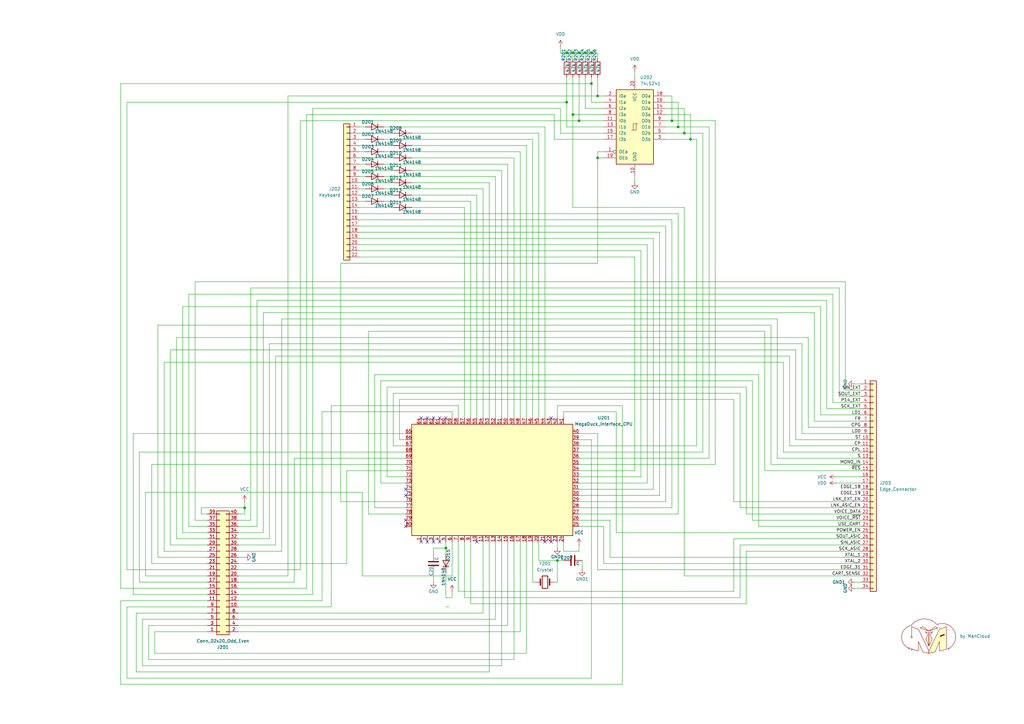
<source format=kicad_sch>
(kicad_sch (version 20250114) (generator "eeschema") (generator_version "9.0")
  (paper "A3")
  (junction (at 275.59 49.53))
  (junction (at 234.95 21.59))
  (junction (at 100.33 208.28))
  (junction (at 240.03 21.59))
  (junction (at 232.41 41.91))
  (junction (at 242.57 21.59))
  (junction (at 242.57 34.29))
  (junction (at 232.41 21.59))
  (junction (at 228.6 229.87))
  (junction (at 283.21 57.15))
  (junction (at 182.88 224.79))
  (junction (at 278.13 52.07))
  (junction (at 245.11 39.37))
  (junction (at 245.11 64.77))
  (junction (at 280.67 54.61))
  (junction (at 237.49 21.59))
  (junction (at 234.95 46.99))
  (junction (at 237.49 49.53))
  (no_connect (at 166.37 203.2))
  (no_connect (at 182.88 171.45))
  (no_connect (at 175.26 171.45))
  (no_connect (at 180.34 171.45))
  (no_connect (at 166.37 213.36))
  (no_connect (at 226.06 222.25))
  (no_connect (at 172.72 171.45))
  (no_connect (at 180.34 222.25))
  (no_connect (at 223.52 222.25))
  (no_connect (at 166.37 215.9))
  (no_connect (at 177.8 171.45))
  (no_connect (at 177.8 222.25))
  (no_connect (at 172.72 222.25))
  (no_connect (at 226.06 171.45))
  (no_connect (at 175.26 222.25))
  (no_connect (at 166.37 200.66))
  (no_connect (at 195.58 222.25))
  (wire (pts (xy 242.57 41.91) (xy 247.65 41.91)))
  (wire (pts (xy 260.35 72.39) (xy 260.35 74.93)))
  (wire (pts (xy 283.21 46.99) (xy 273.05 46.99)))
  (wire (pts (xy 148.59 236.22) (xy 148.59 201.93)))
  (wire (pts (xy 234.95 21.59) (xy 232.41 21.59)))
  (wire (pts (xy 63.5 267.97) (xy 63.5 259.08)))
  (wire (pts (xy 166.37 193.04) (xy 142.24 193.04)))
  (wire (pts (xy 142.24 193.04) (xy 142.24 231.14)))
  (wire (pts (xy 97.79 254) (xy 203.2 254)))
  (wire (pts (xy 247.65 44.45) (xy 240.03 44.45)))
  (wire (pts (xy 166.37 210.82) (xy 151.13 210.82)))
  (wire (pts (xy 353.06 170.18) (xy 336.55 170.18)))
  (wire (pts (xy 55.88 275.59) (xy 55.88 251.46)))
  (wire (pts (xy 149.86 72.39) (xy 147.32 72.39)))
  (wire (pts (xy 300.99 205.74) (xy 353.06 205.74)))
  (wire (pts (xy 63.5 259.08) (xy 85.09 259.08)))
  (wire (pts (xy 58.42 254) (xy 85.09 254)))
  (wire (pts (xy 237.49 205.74) (xy 273.05 205.74)))
  (wire (pts (xy 52.07 278.13) (xy 52.07 248.92)))
  (wire (pts (xy 125.73 46.99) (xy 125.73 241.3)))
  (wire (pts (xy 228.6 229.87) (xy 220.98 229.87)))
  (wire (pts (xy 229.87 44.45) (xy 229.87 54.61)))
  (wire (pts (xy 290.83 187.96) (xy 290.83 52.07)))
  (wire (pts (xy 308.61 156.21) (xy 156.21 156.21)))
  (wire (pts (xy 300.99 163.83) (xy 300.99 205.74)))
  (wire (pts (xy 64.77 133.35) (xy 316.23 133.35)))
  (wire (pts (xy 60.96 270.51) (xy 60.96 256.54)))
  (wire (pts (xy 161.29 182.88) (xy 161.29 161.29)))
  (wire (pts (xy 163.83 180.34) (xy 163.83 163.83)))
  (wire (pts (xy 166.37 205.74) (xy 139.7 205.74)))
  (wire (pts (xy 77.47 120.65) (xy 77.47 215.9)))
  (wire (pts (xy 200.66 275.59) (xy 55.88 275.59)))
  (wire (pts (xy 182.88 248.92) (xy 184.15 248.92)))
  (wire (pts (xy 313.69 193.04) (xy 353.06 193.04)))
  (wire (pts (xy 237.49 198.12) (xy 265.43 198.12)))
  (wire (pts (xy 240.03 21.59) (xy 240.03 24.13)))
  (wire (pts (xy 182.88 224.79) (xy 182.88 227.33)))
  (wire (pts (xy 229.87 54.61) (xy 247.65 54.61)))
  (wire (pts (xy 128.27 243.84) (xy 128.27 44.45)))
  (wire (pts (xy 97.79 243.84) (xy 128.27 243.84)))
  (wire (pts (xy 346.71 160.02) (xy 346.71 115.57)))
  (wire (pts (xy 334.01 128.27) (xy 107.95 128.27)))
  (wire (pts (xy 353.06 182.88) (xy 323.85 182.88)))
  (wire (pts (xy 321.31 185.42) (xy 353.06 185.42)))
  (wire (pts (xy 57.15 238.76) (xy 85.09 238.76)))
  (wire (pts (xy 316.23 190.5) (xy 353.06 190.5)))
  (wire (pts (xy 77.47 215.9) (xy 85.09 215.9)))
  (wire (pts (xy 193.04 247.65) (xy 306.07 247.65)))
  (wire (pts (xy 242.57 34.29) (xy 242.57 41.91)))
  (wire (pts (xy 350.52 238.76) (xy 353.06 238.76)))
  (wire (pts (xy 262.89 102.87) (xy 147.32 102.87)))
  (wire (pts (xy 275.59 208.28) (xy 237.49 208.28)))
  (wire (pts (xy 303.53 245.11) (xy 303.53 223.52)))
  (wire (pts (xy 161.29 59.69) (xy 147.32 59.69)))
  (wire (pts (xy 100.33 210.82) (xy 100.33 208.28)))
  (wire (pts (xy 49.53 246.38) (xy 85.09 246.38)))
  (wire (pts (xy 260.35 105.41) (xy 147.32 105.41)))
  (wire (pts (xy 250.19 213.36) (xy 250.19 228.6)))
  (wire (pts (xy 353.06 213.36) (xy 308.61 213.36)))
  (wire (pts (xy 237.49 215.9) (xy 247.65 215.9)))
  (wire (pts (xy 220.98 229.87) (xy 220.98 222.25)))
  (wire (pts (xy 166.37 187.96) (xy 120.65 187.96)))
  (wire (pts (xy 252.73 218.44) (xy 353.06 218.44)))
  (wire (pts (xy 168.91 85.09) (xy 190.5 85.09)))
  (wire (pts (xy 342.9 195.58) (xy 353.06 195.58)))
  (wire (pts (xy 60.96 256.54) (xy 85.09 256.54)))
  (wire (pts (xy 228.6 222.25) (xy 228.6 224.79)))
  (wire (pts (xy 161.29 74.93) (xy 147.32 74.93)))
  (wire (pts (xy 306.07 210.82) (xy 353.06 210.82)))
  (wire (pts (xy 250.19 228.6) (xy 353.06 228.6)))
  (wire (pts (xy 280.67 85.09) (xy 280.67 236.22)))
  (wire (pts (xy 193.04 222.25) (xy 193.04 247.65)))
  (wire (pts (xy 311.15 215.9) (xy 353.06 215.9)))
  (wire (pts (xy 166.37 195.58) (xy 158.75 195.58)))
  (wire (pts (xy 285.75 57.15) (xy 283.21 57.15)))
  (wire (pts (xy 288.29 185.42) (xy 288.29 54.61)))
  (wire (pts (xy 166.37 182.88) (xy 161.29 182.88)))
  (wire (pts (xy 252.73 168.91) (xy 252.73 218.44)))
  (wire (pts (xy 227.33 238.76) (xy 228.6 238.76)))
  (wire (pts (xy 339.09 123.19) (xy 339.09 167.64)))
  (wire (pts (xy 242.57 21.59) (xy 240.03 21.59)))
  (wire (pts (xy 288.29 54.61) (xy 280.67 54.61)))
  (wire (pts (xy 49.53 280.67) (xy 49.53 246.38)))
  (wire (pts (xy 149.86 57.15) (xy 147.32 57.15)))
  (wire (pts (xy 240.03 31.75) (xy 240.03 44.45)))
  (wire (pts (xy 49.53 241.3) (xy 49.53 34.29)))
  (wire (pts (xy 260.35 193.04) (xy 260.35 105.41)))
  (wire (pts (xy 231.14 222.25) (xy 231.14 226.06)))
  (wire (pts (xy 247.65 231.14) (xy 353.06 231.14)))
  (wire (pts (xy 168.91 69.85) (xy 205.74 69.85)))
  (wire (pts (xy 303.53 161.29) (xy 303.53 208.28)))
  (wire (pts (xy 72.39 138.43) (xy 72.39 220.98)))
  (wire (pts (xy 156.21 198.12) (xy 166.37 198.12)))
  (wire (pts (xy 331.47 175.26) (xy 331.47 138.43)))
  (wire (pts (xy 157.48 52.07) (xy 223.52 52.07)))
  (wire (pts (xy 120.65 238.76) (xy 97.79 238.76)))
  (wire (pts (xy 64.77 228.6) (xy 85.09 228.6)))
  (wire (pts (xy 168.91 59.69) (xy 215.9 59.69)))
  (wire (pts (xy 273.05 52.07) (xy 278.13 52.07)))
  (wire (pts (xy 245.11 233.68) (xy 353.06 233.68)))
  (wire (pts (xy 105.41 215.9) (xy 97.79 215.9)))
  (wire (pts (xy 205.74 273.05) (xy 58.42 273.05)))
  (wire (pts (xy 228.6 166.37) (xy 255.27 166.37)))
  (wire (pts (xy 161.29 64.77) (xy 147.32 64.77)))
  (wire (pts (xy 80.01 213.36) (xy 85.09 213.36)))
  (wire (pts (xy 157.48 62.23) (xy 213.36 62.23)))
  (wire (pts (xy 67.31 226.06) (xy 67.31 148.59)))
  (wire (pts (xy 278.13 52.07) (xy 278.13 41.91)))
  (wire (pts (xy 115.57 130.81) (xy 115.57 226.06)))
  (wire (pts (xy 275.59 39.37) (xy 273.05 39.37)))
  (wire (pts (xy 318.77 130.81) (xy 318.77 187.96)))
  (wire (pts (xy 255.27 166.37) (xy 255.27 280.67)))
  (wire (pts (xy 139.7 205.74) (xy 139.7 107.95)))
  (wire (pts (xy 336.55 170.18) (xy 336.55 125.73)))
  (wire (pts (xy 153.67 153.67) (xy 311.15 153.67)))
  (wire (pts (xy 161.29 54.61) (xy 147.32 54.61)))
  (wire (pts (xy 237.49 185.42) (xy 288.29 185.42)))
  (wire (pts (xy 69.85 223.52) (xy 85.09 223.52)))
  (wire (pts (xy 161.29 85.09) (xy 147.32 85.09)))
  (wire (pts (xy 285.75 182.88) (xy 285.75 57.15)))
  (wire (pts (xy 203.2 222.25) (xy 203.2 254)))
  (wire (pts (xy 182.88 234.95) (xy 182.88 245.11)))
  (wire (pts (xy 157.48 72.39) (xy 203.2 72.39)))
  (wire (pts (xy 57.15 185.42) (xy 57.15 238.76)))
  (wire (pts (xy 64.77 133.35) (xy 64.77 228.6)))
  (wire (pts (xy 245.11 21.59) (xy 242.57 21.59)))
  (wire (pts (xy 105.41 123.19) (xy 339.09 123.19)))
  (wire (pts (xy 237.49 210.82) (xy 278.13 210.82)))
  (wire (pts (xy 353.06 165.1) (xy 341.63 165.1)))
  (wire (pts (xy 247.65 49.53) (xy 237.49 49.53)))
  (wire (pts (xy 237.49 193.04) (xy 260.35 193.04)))
  (wire (pts (xy 313.69 193.04) (xy 313.69 135.89)))
  (wire (pts (xy 306.07 226.06) (xy 353.06 226.06)))
  (wire (pts (xy 334.01 128.27) (xy 334.01 172.72)))
  (wire (pts (xy 132.08 168.91) (xy 132.08 246.38)))
  (wire (pts (xy 300.99 220.98) (xy 353.06 220.98)))
  (wire (pts (xy 247.65 46.99) (xy 234.95 46.99)))
  (wire (pts (xy 353.06 167.64) (xy 339.09 167.64)))
  (wire (pts (xy 228.6 229.87) (xy 231.14 229.87)))
  (wire (pts (xy 85.09 210.82) (xy 82.55 210.82)))
  (wire (pts (xy 148.59 201.93) (xy 59.69 201.93)))
  (wire (pts (xy 187.96 222.25) (xy 187.96 242.57)))
  (wire (pts (xy 237.49 213.36) (xy 250.19 213.36)))
  (wire (pts (xy 157.48 82.55) (xy 193.04 82.55)))
  (wire (pts (xy 168.91 64.77) (xy 210.82 64.77)))
  (wire (pts (xy 205.74 222.25) (xy 205.74 273.05)))
  (wire (pts (xy 293.37 190.5) (xy 293.37 49.53)))
  (wire (pts (xy 232.41 52.07) (xy 247.65 52.07)))
  (wire (pts (xy 260.35 29.21) (xy 260.35 31.75)))
  (wire (pts (xy 208.28 222.25) (xy 208.28 256.54)))
  (wire (pts (xy 157.48 67.31) (xy 208.28 67.31)))
  (wire (pts (xy 185.42 222.25) (xy 185.42 236.22)))
  (wire (pts (xy 234.95 46.99) (xy 234.95 85.09)))
  (wire (pts (xy 69.85 143.51) (xy 69.85 223.52)))
  (wire (pts (xy 346.71 115.57) (xy 80.01 115.57)))
  (wire (pts (xy 74.93 218.44) (xy 85.09 218.44)))
  (wire (pts (xy 353.06 180.34) (xy 326.39 180.34)))
  (wire (pts (xy 353.06 162.56) (xy 344.17 162.56)))
  (wire (pts (xy 135.89 166.37) (xy 135.89 248.92)))
  (wire (pts (xy 147.32 90.17) (xy 275.59 90.17)))
  (wire (pts (xy 280.67 54.61) (xy 280.67 44.45)))
  (wire (pts (xy 283.21 57.15) (xy 283.21 46.99)))
  (wire (pts (xy 82.55 208.28) (xy 100.33 208.28)))
  (wire (pts (xy 62.23 231.14) (xy 85.09 231.14)))
  (wire (pts (xy 149.86 52.07) (xy 147.32 52.07)))
  (wire (pts (xy 245.11 31.75) (xy 245.11 39.37)))
  (wire (pts (xy 247.65 57.15) (xy 227.33 57.15)))
  (wire (pts (xy 187.96 242.57) (xy 300.99 242.57)))
  (wire (pts (xy 163.83 163.83) (xy 300.99 163.83)))
  (wire (pts (xy 59.69 236.22) (xy 85.09 236.22)))
  (wire (pts (xy 85.09 226.06) (xy 67.31 226.06)))
  (wire (pts (xy 168.91 54.61) (xy 220.98 54.61)))
  (wire (pts (xy 323.85 146.05) (xy 113.03 146.05)))
  (wire (pts (xy 74.93 125.73) (xy 74.93 218.44)))
  (wire (pts (xy 242.57 21.59) (xy 242.57 24.13)))
  (wire (pts (xy 344.17 118.11) (xy 102.87 118.11)))
  (wire (pts (xy 151.13 135.89) (xy 151.13 210.82)))
  (wire (pts (xy 55.88 251.46) (xy 85.09 251.46)))
  (wire (pts (xy 105.41 123.19) (xy 105.41 215.9)))
  (wire (pts (xy 62.23 190.5) (xy 62.23 231.14)))
  (wire (pts (xy 273.05 205.74) (xy 273.05 92.71)))
  (wire (pts (xy 210.82 270.51) (xy 60.96 270.51)))
  (wire (pts (xy 237.49 187.96) (xy 290.83 187.96)))
  (wire (pts (xy 102.87 118.11) (xy 102.87 213.36)))
  (wire (pts (xy 49.53 34.29) (xy 242.57 34.29)))
  (wire (pts (xy 270.51 203.2) (xy 237.49 203.2)))
  (wire (pts (xy 316.23 133.35) (xy 316.23 190.5)))
  (wire (pts (xy 300.99 242.57) (xy 300.99 220.98)))
  (wire (pts (xy 52.07 233.68) (xy 85.09 233.68)))
  (wire (pts (xy 303.53 208.28) (xy 353.06 208.28)))
  (wire (pts (xy 245.11 39.37) (xy 118.11 39.37)))
  (wire (pts (xy 240.03 21.59) (xy 237.49 21.59)))
  (wire (pts (xy 262.89 195.58) (xy 262.89 102.87)))
  (wire (pts (xy 242.57 31.75) (xy 242.57 34.29)))
  (wire (pts (xy 273.05 54.61) (xy 280.67 54.61)))
  (wire (pts (xy 328.93 140.97) (xy 110.49 140.97)))
  (wire (pts (xy 267.97 200.66) (xy 267.97 97.79)))
  (wire (pts (xy 323.85 182.88) (xy 323.85 146.05)))
  (wire (pts (xy 218.44 57.15) (xy 218.44 171.45)))
  (wire (pts (xy 275.59 49.53) (xy 275.59 39.37)))
  (wire (pts (xy 205.74 69.85) (xy 205.74 171.45)))
  (wire (pts (xy 232.41 31.75) (xy 232.41 41.91)))
  (wire (pts (xy 213.36 62.23) (xy 213.36 171.45)))
  (wire (pts (xy 102.87 213.36) (xy 97.79 213.36)))
  (wire (pts (xy 232.41 21.59) (xy 229.87 21.59)))
  (wire (pts (xy 158.75 195.58) (xy 158.75 158.75)))
  (wire (pts (xy 166.37 177.8) (xy 54.61 177.8)))
  (wire (pts (xy 342.9 198.12) (xy 353.06 198.12)))
  (wire (pts (xy 115.57 130.81) (xy 318.77 130.81)))
  (wire (pts (xy 187.96 166.37) (xy 135.89 166.37)))
  (wire (pts (xy 107.95 128.27) (xy 107.95 218.44)))
  (wire (pts (xy 185.42 236.22) (xy 148.59 236.22)))
  (wire (pts (xy 247.65 215.9) (xy 247.65 231.14)))
  (wire (pts (xy 353.06 160.02) (xy 346.71 160.02)))
  (wire (pts (xy 185.42 242.57) (xy 185.42 245.11)))
  (wire (pts (xy 232.41 41.91) (xy 52.07 41.91)))
  (wire (pts (xy 238.76 229.87) (xy 238.76 233.68)))
  (wire (pts (xy 110.49 140.97) (xy 110.49 220.98)))
  (wire (pts (xy 326.39 180.34) (xy 326.39 143.51)))
  (wire (pts (xy 280.67 44.45) (xy 273.05 44.45)))
  (wire (pts (xy 135.89 248.92) (xy 97.79 248.92)))
  (wire (pts (xy 110.49 220.98) (xy 97.79 220.98)))
  (wire (pts (xy 52.07 248.92) (xy 85.09 248.92)))
  (wire (pts (xy 208.28 256.54) (xy 97.79 256.54)))
  (wire (pts (xy 200.66 222.25) (xy 200.66 275.59)))
  (wire (pts (xy 157.48 77.47) (xy 198.12 77.47)))
  (wire (pts (xy 118.11 236.22) (xy 97.79 236.22)))
  (wire (pts (xy 242.57 278.13) (xy 52.07 278.13)))
  (wire (pts (xy 229.87 19.05) (xy 229.87 21.59)))
  (wire (pts (xy 353.06 172.72) (xy 334.01 172.72)))
  (wire (pts (xy 123.19 49.53) (xy 237.49 49.53)))
  (wire (pts (xy 128.27 44.45) (xy 229.87 44.45)))
  (wire (pts (xy 168.91 80.01) (xy 195.58 80.01)))
  (wire (pts (xy 227.33 46.99) (xy 125.73 46.99)))
  (wire (pts (xy 247.65 62.23) (xy 245.11 62.23)))
  (wire (pts (xy 290.83 52.07) (xy 278.13 52.07)))
  (wire (pts (xy 255.27 280.67) (xy 49.53 280.67)))
  (wire (pts (xy 220.98 54.61) (xy 220.98 171.45)))
  (wire (pts (xy 232.41 52.07) (xy 232.41 41.91)))
  (wire (pts (xy 228.6 229.87) (xy 228.6 238.76)))
  (wire (pts (xy 273.05 57.15) (xy 283.21 57.15)))
  (wire (pts (xy 123.19 233.68) (xy 97.79 233.68)))
  (wire (pts (xy 166.37 180.34) (xy 163.83 180.34)))
  (wire (pts (xy 331.47 138.43) (xy 72.39 138.43)))
  (wire (pts (xy 177.8 224.79) (xy 182.88 224.79)))
  (wire (pts (xy 308.61 213.36) (xy 308.61 156.21)))
  (wire (pts (xy 353.06 177.8) (xy 328.93 177.8)))
  (wire (pts (xy 321.31 148.59) (xy 321.31 185.42)))
  (wire (pts (xy 237.49 200.66) (xy 267.97 200.66)))
  (wire (pts (xy 166.37 185.42) (xy 57.15 185.42)))
  (wire (pts (xy 161.29 80.01) (xy 147.32 80.01)))
  (wire (pts (xy 231.14 226.06) (xy 237.49 226.06)))
  (wire (pts (xy 245.11 177.8) (xy 237.49 177.8)))
  (wire (pts (xy 278.13 41.91) (xy 273.05 41.91)))
  (wire (pts (xy 153.67 208.28) (xy 153.67 153.67)))
  (wire (pts (xy 265.43 198.12) (xy 265.43 100.33)))
  (wire (pts (xy 198.12 251.46) (xy 97.79 251.46)))
  (wire (pts (xy 158.75 158.75) (xy 306.07 158.75)))
  (wire (pts (xy 237.49 190.5) (xy 293.37 190.5)))
  (wire (pts (xy 326.39 143.51) (xy 69.85 143.51)))
  (wire (pts (xy 149.86 62.23) (xy 147.32 62.23)))
  (wire (pts (xy 125.73 241.3) (xy 97.79 241.3)))
  (wire (pts (xy 215.9 267.97) (xy 63.5 267.97)))
  (wire (pts (xy 215.9 59.69) (xy 215.9 171.45)))
  (wire (pts (xy 232.41 21.59) (xy 232.41 24.13)))
  (wire (pts (xy 190.5 245.11) (xy 303.53 245.11)))
  (wire (pts (xy 273.05 92.71) (xy 147.32 92.71)))
  (wire (pts (xy 210.82 64.77) (xy 210.82 171.45)))
  (wire (pts (xy 198.12 77.47) (xy 198.12 171.45)))
  (wire (pts (xy 311.15 153.67) (xy 311.15 215.9)))
  (wire (pts (xy 113.03 223.52) (xy 97.79 223.52)))
  (wire (pts (xy 231.14 168.91) (xy 252.73 168.91)))
  (wire (pts (xy 270.51 95.25) (xy 147.32 95.25)))
  (wire (pts (xy 67.31 148.59) (xy 321.31 148.59)))
  (wire (pts (xy 59.69 201.93) (xy 59.69 236.22)))
  (wire (pts (xy 213.36 222.25) (xy 213.36 259.08)))
  (wire (pts (xy 166.37 190.5) (xy 62.23 190.5)))
  (wire (pts (xy 157.48 57.15) (xy 218.44 57.15)))
  (wire (pts (xy 237.49 21.59) (xy 237.49 24.13)))
  (wire (pts (xy 344.17 162.56) (xy 344.17 118.11)))
  (wire (pts (xy 190.5 222.25) (xy 190.5 245.11)))
  (wire (pts (xy 237.49 182.88) (xy 285.75 182.88)))
  (wire (pts (xy 237.49 195.58) (xy 262.89 195.58)))
  (wire (pts (xy 123.19 233.68) (xy 123.19 49.53)))
  (wire (pts (xy 115.57 226.06) (xy 97.79 226.06)))
  (wire (pts (xy 198.12 222.25) (xy 198.12 251.46)))
  (wire (pts (xy 341.63 165.1) (xy 341.63 120.65)))
  (wire (pts (xy 227.33 57.15) (xy 227.33 46.99)))
  (wire (pts (xy 353.06 175.26) (xy 331.47 175.26)))
  (wire (pts (xy 231.14 171.45) (xy 231.14 168.91)))
  (wire (pts (xy 237.49 180.34) (xy 242.57 180.34)))
  (wire (pts (xy 237.49 226.06) (xy 237.49 223.52)))
  (wire (pts (xy 275.59 90.17) (xy 275.59 208.28)))
  (wire (pts (xy 193.04 82.55) (xy 193.04 171.45)))
  (wire (pts (xy 215.9 222.25) (xy 215.9 267.97)))
  (wire (pts (xy 234.95 21.59) (xy 234.95 24.13)))
  (wire (pts (xy 208.28 67.31) (xy 208.28 171.45)))
  (wire (pts (xy 293.37 49.53) (xy 275.59 49.53)))
  (wire (pts (xy 107.95 218.44) (xy 97.79 218.44)))
  (wire (pts (xy 185.42 168.91) (xy 132.08 168.91)))
  (wire (pts (xy 280.67 236.22) (xy 353.06 236.22)))
  (wire (pts (xy 149.86 67.31) (xy 147.32 67.31)))
  (wire (pts (xy 218.44 222.25) (xy 218.44 238.76)))
  (wire (pts (xy 161.29 69.85) (xy 147.32 69.85)))
  (wire (pts (xy 149.86 82.55) (xy 147.32 82.55)))
  (wire (pts (xy 72.39 220.98) (xy 85.09 220.98)))
  (wire (pts (xy 265.43 100.33) (xy 147.32 100.33)))
  (wire (pts (xy 161.29 161.29) (xy 303.53 161.29)))
  (wire (pts (xy 234.95 31.75) (xy 234.95 46.99)))
  (wire (pts (xy 177.8 234.95) (xy 177.8 238.76)))
  (wire (pts (xy 190.5 85.09) (xy 190.5 171.45)))
  (wire (pts (xy 350.52 241.3) (xy 353.06 241.3)))
  (wire (pts (xy 168.91 74.93) (xy 200.66 74.93)))
  (wire (pts (xy 166.37 208.28) (xy 153.67 208.28)))
  (wire (pts (xy 245.11 64.77) (xy 247.65 64.77)))
  (wire (pts (xy 139.7 107.95) (xy 245.11 107.95)))
  (wire (pts (xy 182.88 245.11) (xy 185.42 245.11)))
  (wire (pts (xy 100.33 208.28) (xy 100.33 205.74)))
  (wire (pts (xy 245.11 24.13) (xy 245.11 21.59)))
  (wire (pts (xy 80.01 115.57) (xy 80.01 213.36)))
  (wire (pts (xy 182.88 222.25) (xy 182.88 224.79)))
  (wire (pts (xy 177.8 227.33) (xy 177.8 224.79)))
  (wire (pts (xy 245.11 233.68) (xy 245.11 177.8)))
  (wire (pts (xy 306.07 158.75) (xy 306.07 210.82)))
  (wire (pts (xy 245.11 62.23) (xy 245.11 64.77)))
  (wire (pts (xy 185.42 171.45) (xy 185.42 168.91)))
  (wire (pts (xy 82.55 210.82) (xy 82.55 208.28)))
  (wire (pts (xy 149.86 77.47) (xy 147.32 77.47)))
  (wire (pts (xy 223.52 52.07) (xy 223.52 171.45)))
  (wire (pts (xy 52.07 41.91) (xy 52.07 233.68)))
  (wire (pts (xy 54.61 177.8) (xy 54.61 243.84)))
  (wire (pts (xy 237.49 31.75) (xy 237.49 49.53)))
  (wire (pts (xy 147.32 87.63) (xy 278.13 87.63)))
  (wire (pts (xy 156.21 156.21) (xy 156.21 198.12)))
  (wire (pts (xy 113.03 146.05) (xy 113.03 223.52)))
  (wire (pts (xy 132.08 246.38) (xy 97.79 246.38)))
  (wire (pts (xy 278.13 210.82) (xy 278.13 87.63)))
  (wire (pts (xy 228.6 171.45) (xy 228.6 166.37)))
  (wire (pts (xy 318.77 187.96) (xy 353.06 187.96)))
  (wire (pts (xy 237.49 21.59) (xy 234.95 21.59)))
  (wire (pts (xy 118.11 39.37) (xy 118.11 236.22)))
  (wire (pts (xy 203.2 72.39) (xy 203.2 171.45)))
  (wire (pts (xy 306.07 247.65) (xy 306.07 226.06)))
  (wire (pts (xy 97.79 228.6) (xy 100.33 228.6)))
  (wire (pts (xy 120.65 187.96) (xy 120.65 238.76)))
  (wire (pts (xy 200.66 74.93) (xy 200.66 171.45)))
  (wire (pts (xy 213.36 259.08) (xy 97.79 259.08)))
  (wire (pts (xy 273.05 49.53) (xy 275.59 49.53)))
  (wire (pts (xy 242.57 180.34) (xy 242.57 278.13)))
  (wire (pts (xy 350.52 157.48) (xy 353.06 157.48)))
  (wire (pts (xy 303.53 223.52) (xy 353.06 223.52)))
  (wire (pts (xy 336.55 125.73) (xy 74.93 125.73)))
  (wire (pts (xy 54.61 243.84) (xy 85.09 243.84)))
  (wire (pts (xy 97.79 210.82) (xy 100.33 210.82)))
  (wire (pts (xy 195.58 80.01) (xy 195.58 171.45)))
  (wire (pts (xy 58.42 273.05) (xy 58.42 254)))
  (wire (pts (xy 218.44 238.76) (xy 219.71 238.76)))
  (wire (pts (xy 270.51 95.25) (xy 270.51 203.2)))
  (wire (pts (xy 267.97 97.79) (xy 147.32 97.79)))
  (wire (pts (xy 85.09 241.3) (xy 49.53 241.3)))
  (wire (pts (xy 210.82 222.25) (xy 210.82 270.51)))
  (wire (pts (xy 245.11 64.77) (xy 245.11 107.95)))
  (wire (pts (xy 247.65 39.37) (xy 245.11 39.37)))
  (wire (pts (xy 187.96 171.45) (xy 187.96 166.37)))
  (wire (pts (xy 234.95 85.09) (xy 280.67 85.09)))
  (wire (pts (xy 313.69 135.89) (xy 151.13 135.89)))
  (wire (pts (xy 142.24 231.14) (xy 97.79 231.14)))
  (wire (pts (xy 341.63 120.65) (xy 77.47 120.65)))
  (wire (pts (xy 328.93 177.8) (xy 328.93 140.97)))
  (label "P14_EXT" (at 353.06 165.1 180))
  (label "VOICE_~{RST}" (at 353.06 213.36 180))
  (label "SOUT_EXT" (at 353.06 162.56 180))
  (label "XTAL_2" (at 353.06 231.14 180))
  (label "CART_SENSE" (at 353.06 236.22 180))
  (label "SIN_EXT" (at 353.06 160.02 180))
  (label "~{RES}" (at 353.06 193.04 180))
  (label "SCK_ASIC" (at 353.06 226.06 180))
  (label "ST" (at 353.06 180.34 180))
  (label "POWER_EN" (at 353.06 218.44 180))
  (label "SOUT_ASIC" (at 353.06 220.98 180))
  (label "SCK_EXT" (at 353.06 167.64 180))
  (label "LNK_ASIC_EN" (at 353.06 208.28 180))
  (label "CPG" (at 353.06 175.26 180))
  (label "SIN_ASIC" (at 353.06 223.52 180))
  (label "LD1" (at 353.06 170.18 180))
  (label "MONO_IN" (at 353.06 190.5 180))
  (label "FR" (at 353.06 172.72 180))
  (label "LD0" (at 353.06 177.8 180))
  (label "EDGE_18" (at 353.06 200.66 180))
  (label "XTAL_1" (at 353.06 228.6 180))
  (label "S" (at 353.06 187.96 180))
  (label "LNK_EXT_EN" (at 353.06 205.74 180))
  (label "USE_CART" (at 353.06 215.9 180))
  (label "CP" (at 353.06 182.88 180))
  (label "VOICE_DATA" (at 353.06 210.82 180))
  (label "EDGE_19" (at 353.06 203.2 180))
  (label "EDGE_31" (at 353.06 233.68 180))
  (label "CPL" (at 353.06 185.42 180))
  (symbol (lib_id "Diode:1N4148") (at 165.1 59.69 180) (unit 1)
    (property "Reference" "D209" (at 162.306 57.658 0))
    (property "Value" "1N4148" (at 168.91 61.468 0))
    (property "Footprint" "Diode_THT:D_DO-35_SOD27_P7.62mm_Horizontal" (effects (hide yes)))
    (property "Datasheet" "https://assets.nexperia.com/documents/data-sheet/1N4148_1N4448.pdf" (effects (hide yes)))
    (property "Description" "100V 0.15A standard switching diode, DO-35" (effects (hide yes)))
    (property "Sim.Device" "D" (effects (hide yes)))
    (property "Sim.Pins" "1=K 2=A" (effects (hide yes)))
  )
  (symbol (lib_id "Eigenes:by ManCloud") (at 381 260.35 0) (unit 1)
    (property "Reference" "U203" (effects (hide yes)))
    (property "Value" "by ManCloud" (at 393.6776 260.9026 0) (effects (justify left)))
  )
  (symbol (lib_id "Diode:1N4148") (at 153.67 77.47 180) (unit 1)
    (property "Reference" "D206" (at 150.876 75.438 0))
    (property "Value" "1N4148" (at 157.48 79.248 0))
    (property "Footprint" "Diode_THT:D_DO-35_SOD27_P7.62mm_Horizontal" (effects (hide yes)))
    (property "Datasheet" "https://assets.nexperia.com/documents/data-sheet/1N4148_1N4448.pdf" (effects (hide yes)))
    (property "Description" "100V 0.15A standard switching diode, DO-35" (effects (hide yes)))
    (property "Sim.Device" "D" (effects (hide yes)))
    (property "Sim.Pins" "1=K 2=A" (effects (hide yes)))
  )
  (symbol (lib_id "power:VCC") (at 185.42 242.57 0) (unit 1)
    (property "Reference" "#PWR0204" (effects (hide yes)))
    (property "Value" "VCC" (at 185.42 237.49 0))
    (property "Description" "Power symbol creates a global label with name \"VCC\"" (effects (hide yes)))
  )
  (symbol (lib_id "Diode:1N4148") (at 153.67 52.07 180) (unit 1)
    (property "Reference" "D201" (at 150.876 50.038 0))
    (property "Value" "1N4148" (at 157.48 53.848 0))
    (property "Footprint" "Diode_THT:D_DO-35_SOD27_P7.62mm_Horizontal" (effects (hide yes)))
    (property "Datasheet" "https://assets.nexperia.com/documents/data-sheet/1N4148_1N4448.pdf" (effects (hide yes)))
    (property "Description" "100V 0.15A standard switching diode, DO-35" (effects (hide yes)))
    (property "Sim.Device" "D" (effects (hide yes)))
    (property "Sim.Pins" "1=K 2=A" (effects (hide yes)))
  )
  (symbol (lib_id "Diode:1N4148") (at 165.1 64.77 180) (unit 1)
    (property "Reference" "D210" (at 162.306 62.738 0))
    (property "Value" "1N4148" (at 168.91 66.548 0))
    (property "Footprint" "Diode_THT:D_DO-35_SOD27_P7.62mm_Horizontal" (effects (hide yes)))
    (property "Datasheet" "https://assets.nexperia.com/documents/data-sheet/1N4148_1N4448.pdf" (effects (hide yes)))
    (property "Description" "100V 0.15A standard switching diode, DO-35" (effects (hide yes)))
    (property "Sim.Device" "D" (effects (hide yes)))
    (property "Sim.Pins" "1=K 2=A" (effects (hide yes)))
  )
  (symbol (lib_id "Device:C") (at 234.95 229.87 90) (unit 1)
    (property "Reference" "C202" (at 232.41 228.854 90))
    (property "Value" "C" (at 236.982 231.14 90))
    (property "Description" "Unpolarized capacitor" (effects (hide yes)))
  )
  (symbol (lib_id "Diode:1N4148") (at 153.67 57.15 180) (unit 1)
    (property "Reference" "D202" (at 150.876 55.118 0))
    (property "Value" "1N4148" (at 157.48 58.928 0))
    (property "Footprint" "Diode_THT:D_DO-35_SOD27_P7.62mm_Horizontal" (effects (hide yes)))
    (property "Datasheet" "https://assets.nexperia.com/documents/data-sheet/1N4148_1N4448.pdf" (effects (hide yes)))
    (property "Description" "100V 0.15A standard switching diode, DO-35" (effects (hide yes)))
    (property "Sim.Device" "D" (effects (hide yes)))
    (property "Sim.Pins" "1=K 2=A" (effects (hide yes)))
  )
  (symbol (lib_id "power:VCC") (at 100.33 205.74 0) (unit 1)
    (property "Reference" "#PWR0201" (effects (hide yes)))
    (property "Value" "VCC" (at 100.33 200.66 0))
    (property "Description" "Power symbol creates a global label with name \"VCC\"" (effects (hide yes)))
  )
  (symbol (lib_id "power:GND1") (at 238.76 233.68 0) (unit 1)
    (property "Reference" "#PWR0208" (effects (hide yes)))
    (property "Value" "GND1" (at 238.76 237.49 0))
    (property "Description" "Power symbol creates a global label with name \"GND1\" , ground" (effects (hide yes)))
  )
  (symbol (lib_id "power:GND") (at 350.52 241.3 270) (unit 1)
    (property "Reference" "#PWR0215" (effects (hide yes)))
    (property "Value" "GND" (at 346.71 241.3 0))
    (property "Description" "Power symbol creates a global label with name \"GND\" , ground" (effects (hide yes)))
  )
  (symbol (lib_id "Device:R") (at 245.11 27.94 0) (unit 1)
    (property "Reference" "R206" (at 243.84 25.146 90) (effects (justify left)))
    (property "Value" "47k" (at 245.364 29.718 90) (effects (justify left)))
    (property "Description" "Resistor" (effects (hide yes)))
  )
  (symbol (lib_id "Diode:1N4148") (at 153.67 62.23 180) (unit 1)
    (property "Reference" "D203" (at 150.876 60.198 0))
    (property "Value" "1N4148" (at 157.48 64.008 0))
    (property "Footprint" "Diode_THT:D_DO-35_SOD27_P7.62mm_Horizontal" (effects (hide yes)))
    (property "Datasheet" "https://assets.nexperia.com/documents/data-sheet/1N4148_1N4448.pdf" (effects (hide yes)))
    (property "Description" "100V 0.15A standard switching diode, DO-35" (effects (hide yes)))
    (property "Sim.Device" "D" (effects (hide yes)))
    (property "Sim.Pins" "1=K 2=A" (effects (hide yes)))
  )
  (symbol (lib_id "Device:R") (at 237.49 27.94 0) (unit 1)
    (property "Reference" "R203" (at 236.22 25.146 90) (effects (justify left)))
    (property "Value" "47k" (at 237.744 29.718 90) (effects (justify left)))
    (property "Description" "Resistor" (effects (hide yes)))
  )
  (symbol (lib_id "power:GND1") (at 228.6 224.79 0) (unit 1)
    (property "Reference" "#PWR0205" (effects (hide yes)))
    (property "Value" "GND1" (at 228.6 228.346 0))
    (property "Description" "Power symbol creates a global label with name \"GND1\" , ground" (effects (hide yes)))
  )
  (symbol (lib_id "Device:C") (at 177.8 231.14 180) (unit 1)
    (property "Reference" "C201" (at 176.784 233.68 90))
    (property "Value" "C" (at 179.07 229.108 90))
    (property "Description" "Unpolarized capacitor" (effects (hide yes)))
  )
  (symbol (lib_id "Diode:1N4148") (at 165.1 85.09 180) (unit 1)
    (property "Reference" "D214" (at 162.306 83.058 0))
    (property "Value" "1N4148" (at 168.91 86.868 0))
    (property "Footprint" "Diode_THT:D_DO-35_SOD27_P7.62mm_Horizontal" (effects (hide yes)))
    (property "Datasheet" "https://assets.nexperia.com/documents/data-sheet/1N4148_1N4448.pdf" (effects (hide yes)))
    (property "Description" "100V 0.15A standard switching diode, DO-35" (effects (hide yes)))
    (property "Sim.Device" "D" (effects (hide yes)))
    (property "Sim.Pins" "1=K 2=A" (effects (hide yes)))
  )
  (symbol (lib_id "Diode:1N4148") (at 165.1 74.93 180) (unit 1)
    (property "Reference" "D212" (at 162.306 72.898 0))
    (property "Value" "1N4148" (at 168.91 76.708 0))
    (property "Footprint" "Diode_THT:D_DO-35_SOD27_P7.62mm_Horizontal" (effects (hide yes)))
    (property "Datasheet" "https://assets.nexperia.com/documents/data-sheet/1N4148_1N4448.pdf" (effects (hide yes)))
    (property "Description" "100V 0.15A standard switching diode, DO-35" (effects (hide yes)))
    (property "Sim.Device" "D" (effects (hide yes)))
    (property "Sim.Pins" "1=K 2=A" (effects (hide yes)))
  )
  (symbol (lib_id "Connector_Generic:Conn_01x34") (at 358.14 198.12 0) (unit 1)
    (property "Reference" "J203" (at 360.68 198.1199 0) (effects (justify left)))
    (property "Value" "Edge_Connector" (at 360.68 200.6599 0) (effects (justify left)))
    (property "Description" "Generic connector, single row, 01x34, script generated (kicad-library-utils/schlib/autogen/connector/)" (effects (hide yes)))
  )
  (symbol (lib_id "Diode:1N4148") (at 182.88 231.14 270) (mirror x) (unit 1)
    (property "Reference" "D215" (at 183.896 227.838 0))
    (property "Value" "1N4148" (at 181.864 236.474 0))
    (property "Footprint" "Diode_THT:D_DO-35_SOD27_P7.62mm_Horizontal" (effects (hide yes)))
    (property "Datasheet" "https://assets.nexperia.com/documents/data-sheet/1N4148_1N4448.pdf" (effects (hide yes)))
    (property "Description" "100V 0.15A standard switching diode, DO-35" (effects (hide yes)))
    (property "Sim.Device" "D" (effects (hide yes)))
    (property "Sim.Pins" "1=K 2=A" (effects (hide yes)))
  )
  (symbol (lib_id "power:VCC") (at 237.49 223.52 0) (unit 1)
    (property "Reference" "#PWR0207" (effects (hide yes)))
    (property "Value" "VCC" (at 237.49 218.44 0))
    (property "Description" "Power symbol creates a global label with name \"VCC\"" (effects (hide yes)))
  )
  (symbol (lib_id "power:GND") (at 350.52 157.48 270) (unit 1)
    (property "Reference" "#PWR0213" (effects (hide yes)))
    (property "Value" "GND" (at 346.71 157.48 0))
    (property "Description" "Power symbol creates a global label with name \"GND\" , ground" (effects (hide yes)))
  )
  (symbol (lib_id "Diode:1N4148") (at 165.1 54.61 180) (unit 1)
    (property "Reference" "D208" (at 162.306 52.578 0))
    (property "Value" "1N4148" (at 168.91 56.388 0))
    (property "Footprint" "Diode_THT:D_DO-35_SOD27_P7.62mm_Horizontal" (effects (hide yes)))
    (property "Datasheet" "https://assets.nexperia.com/documents/data-sheet/1N4148_1N4448.pdf" (effects (hide yes)))
    (property "Description" "100V 0.15A standard switching diode, DO-35" (effects (hide yes)))
    (property "Sim.Device" "D" (effects (hide yes)))
    (property "Sim.Pins" "1=K 2=A" (effects (hide yes)))
  )
  (symbol (lib_id "power:GND") (at 260.35 74.93 0) (unit 1)
    (property "Reference" "#PWR0210" (effects (hide yes)))
    (property "Value" "GND" (at 260.35 78.74 0))
    (property "Description" "Power symbol creates a global label with name \"GND\" , ground" (effects (hide yes)))
  )
  (symbol (lib_id "Diode:1N4148") (at 153.67 67.31 180) (unit 1)
    (property "Reference" "D204" (at 150.876 65.278 0))
    (property "Value" "1N4148" (at 157.48 69.088 0))
    (property "Footprint" "Diode_THT:D_DO-35_SOD27_P7.62mm_Horizontal" (effects (hide yes)))
    (property "Datasheet" "https://assets.nexperia.com/documents/data-sheet/1N4148_1N4448.pdf" (effects (hide yes)))
    (property "Description" "100V 0.15A standard switching diode, DO-35" (effects (hide yes)))
    (property "Sim.Device" "D" (effects (hide yes)))
    (property "Sim.Pins" "1=K 2=A" (effects (hide yes)))
  )
  (symbol (lib_id "Diode:1N4148") (at 153.67 82.55 180) (unit 1)
    (property "Reference" "D207" (at 150.876 80.518 0))
    (property "Value" "1N4148" (at 157.48 84.328 0))
    (property "Footprint" "Diode_THT:D_DO-35_SOD27_P7.62mm_Horizontal" (effects (hide yes)))
    (property "Datasheet" "https://assets.nexperia.com/documents/data-sheet/1N4148_1N4448.pdf" (effects (hide yes)))
    (property "Description" "100V 0.15A standard switching diode, DO-35" (effects (hide yes)))
    (property "Sim.Device" "D" (effects (hide yes)))
    (property "Sim.Pins" "1=K 2=A" (effects (hide yes)))
  )
  (symbol (lib_id "Device:R") (at 232.41 27.94 0) (unit 1)
    (property "Reference" "R201" (at 231.14 25.146 90) (effects (justify left)))
    (property "Value" "47k" (at 232.664 29.718 90) (effects (justify left)))
    (property "Description" "Resistor" (effects (hide yes)))
  )
  (symbol (lib_id "Connector_Generic:Conn_01x22") (at 142.24 77.47 0) (mirror y) (unit 1)
    (property "Reference" "J202" (at 139.7 77.4699 0) (effects (justify left)))
    (property "Value" "Keyboard" (at 139.7 80.0099 0) (effects (justify left)))
    (property "Description" "Generic connector, single row, 01x22, script generated (kicad-library-utils/schlib/autogen/connector/)" (effects (hide yes)))
  )
  (symbol (lib_id "Diode:1N4148") (at 153.67 72.39 180) (unit 1)
    (property "Reference" "D205" (at 150.876 70.358 0))
    (property "Value" "1N4148" (at 157.48 74.168 0))
    (property "Footprint" "Diode_THT:D_DO-35_SOD27_P7.62mm_Horizontal" (effects (hide yes)))
    (property "Datasheet" "https://assets.nexperia.com/documents/data-sheet/1N4148_1N4448.pdf" (effects (hide yes)))
    (property "Description" "100V 0.15A standard switching diode, DO-35" (effects (hide yes)))
    (property "Sim.Device" "D" (effects (hide yes)))
    (property "Sim.Pins" "1=K 2=A" (effects (hide yes)))
  )
  (symbol (lib_id "Diode:1N4148") (at 165.1 80.01 180) (unit 1)
    (property "Reference" "D213" (at 162.306 77.978 0))
    (property "Value" "1N4148" (at 168.91 81.788 0))
    (property "Footprint" "Diode_THT:D_DO-35_SOD27_P7.62mm_Horizontal" (effects (hide yes)))
    (property "Datasheet" "https://assets.nexperia.com/documents/data-sheet/1N4148_1N4448.pdf" (effects (hide yes)))
    (property "Description" "100V 0.15A standard switching diode, DO-35" (effects (hide yes)))
    (property "Sim.Device" "D" (effects (hide yes)))
    (property "Sim.Pins" "1=K 2=A" (effects (hide yes)))
  )
  (symbol (lib_id "Device:R") (at 242.57 27.94 0) (unit 1)
    (property "Reference" "R205" (at 241.3 25.146 90) (effects (justify left)))
    (property "Value" "47k" (at 242.824 29.718 90) (effects (justify left)))
    (property "Description" "Resistor" (effects (hide yes)))
  )
  (symbol (lib_id "Device:R") (at 240.03 27.94 0) (unit 1)
    (property "Reference" "R204" (at 238.76 25.146 90) (effects (justify left)))
    (property "Value" "47k" (at 240.284 29.718 90) (effects (justify left)))
    (property "Description" "Resistor" (effects (hide yes)))
  )
  (symbol (lib_id "power:VDD") (at 260.35 29.21 0) (unit 1)
    (property "Reference" "#PWR0102" (effects (hide yes)))
    (property "Value" "VDD" (at 260.35 24.13 0))
    (property "Description" "Power symbol creates a global label with name \"VDD\"" (effects (hide yes)))
  )
  (symbol (lib_id "Connector_Generic:Conn_02x20_Odd_Even") (at 90.17 236.22 0) (mirror x) (unit 1)
    (property "Reference" "J201" (at 91.44 265.43 0))
    (property "Value" "Conn_02x20_Odd_Even" (at 91.44 262.89 0))
    (property "Footprint" "Connector_PinHeader_2.54mm:PinHeader_2x20_P2.54mm_Vertical" (effects (hide yes)))
    (property "Description" "Generic connector, double row, 02x20, odd/even pin numbering scheme (row 1 odd numbers, row 2 even numbers), script generated (kicad-library-utils/schlib/autogen/connector/)" (effects (hide yes)))
  )
  (symbol (lib_id "Device:Crystal") (at 223.52 238.76 0) (unit 1)
    (property "Reference" "Y201" (at 223.52 231.14 0))
    (property "Value" "Crystal" (at 223.52 233.68 0))
    (property "Description" "Two pin crystal" (effects (hide yes)))
  )
  (symbol (lib_id "Mega_Duck:MegaDuck_Interface_CPU") (at 200.66 198.12 0) (unit 1)
    (property "Reference" "U201" (at 247.65 171.3798 0))
    (property "Value" "MegaDuck_Interface_CPU" (at 247.65 173.9198 0))
    (property "Footprint" "Gekkio_Package_QFP:Sharp_QFP-80_14x20mm_P0.8mm" (effects (hide yes)))
    (property "Description" "QFP-80" (effects (hide yes)))
  )
  (symbol (lib_id "power:VDD") (at 229.87 19.05 0) (unit 1)
    (property "Reference" "#PWR0103" (effects (hide yes)))
    (property "Value" "VDD" (at 229.87 13.97 0))
    (property "Description" "Power symbol creates a global label with name \"VDD\"" (effects (hide yes)))
  )
  (symbol (lib_id "Device:R") (at 234.95 27.94 0) (unit 1)
    (property "Reference" "R202" (at 233.68 25.146 90) (effects (justify left)))
    (property "Value" "47k" (at 235.204 29.718 90) (effects (justify left)))
    (property "Description" "Resistor" (effects (hide yes)))
  )
  (symbol (lib_id "power:GND1") (at 350.52 238.76 270) (unit 1)
    (property "Reference" "#PWR0214" (effects (hide yes)))
    (property "Value" "GND1" (at 346.71 238.7599 90) (effects (justify right)))
    (property "Description" "Power symbol creates a global label with name \"GND1\" , ground" (effects (hide yes)))
  )
  (symbol (lib_id "power:VCC") (at 342.9 195.58 90) (unit 1)
    (property "Reference" "#PWR0211" (effects (hide yes)))
    (property "Value" "VCC" (at 339.09 195.5799 90) (effects (justify left)))
    (property "Description" "Power symbol creates a global label with name \"VCC\"" (effects (hide yes)))
  )
  (symbol (lib_id "power:VDD") (at 342.9 198.12 90) (unit 1)
    (property "Reference" "#PWR0101" (effects (hide yes)))
    (property "Value" "VDD" (at 339.09 198.1199 90) (effects (justify left)))
    (property "Description" "Power symbol creates a global label with name \"VDD\"" (effects (hide yes)))
  )
  (symbol (lib_id "power:GND") (at 100.33 228.6 90) (unit 1)
    (property "Reference" "#PWR0202" (effects (hide yes)))
    (property "Value" "GND" (at 104.14 228.6 0))
    (property "Description" "Power symbol creates a global label with name \"GND\" , ground" (effects (hide yes)))
  )
  (symbol (lib_id "Diode:1N4148") (at 165.1 69.85 180) (unit 1)
    (property "Reference" "D211" (at 162.306 67.818 0))
    (property "Value" "1N4148" (at 168.91 71.628 0))
    (property "Footprint" "Diode_THT:D_DO-35_SOD27_P7.62mm_Horizontal" (effects (hide yes)))
    (property "Datasheet" "https://assets.nexperia.com/documents/data-sheet/1N4148_1N4448.pdf" (effects (hide yes)))
    (property "Description" "100V 0.15A standard switching diode, DO-35" (effects (hide yes)))
    (property "Sim.Device" "D" (effects (hide yes)))
    (property "Sim.Pins" "1=K 2=A" (effects (hide yes)))
  )
  (symbol (lib_id "power:GND") (at 177.8 238.76 0) (unit 1)
    (property "Reference" "#PWR0203" (effects (hide yes)))
    (property "Value" "GND" (at 177.8 242.57 0))
    (property "Description" "Power symbol creates a global label with name \"GND\" , ground" (effects (hide yes)))
  )
  (symbol (lib_id "74xx:74LS241") (at 260.35 52.07 0) (unit 1)
    (property "Reference" "U202" (at 262.4933 31.75 0) (effects (justify left)))
    (property "Value" "74LS241" (at 262.4933 34.29 0) (effects (justify left)))
    (property "Datasheet" "http://www.ti.com/lit/ds/symlink/sn74ls241.pdf" (effects (hide yes)))
    (property "Description" "Octal Buffer and Line Driver With 3-State Output, complementary enables, non-inverting outputs" (effects (hide yes)))
  )
)
</source>
